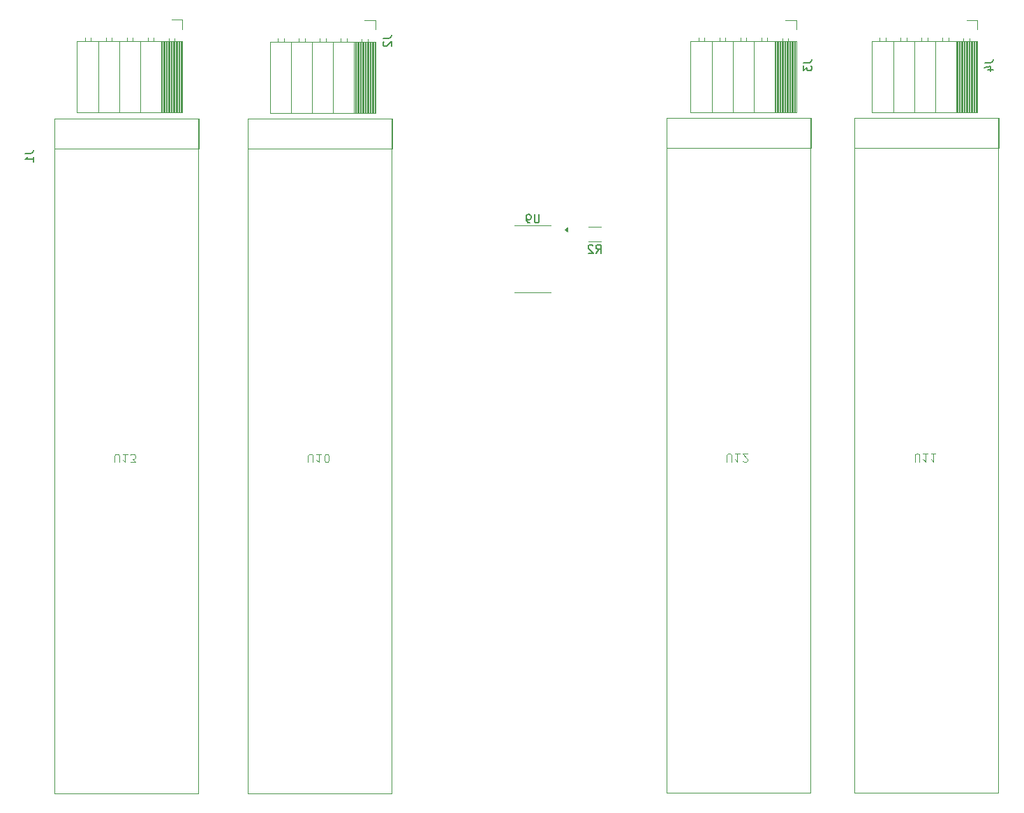
<source format=gbr>
%TF.GenerationSoftware,KiCad,Pcbnew,8.0.6*%
%TF.CreationDate,2024-11-02T11:22:20+01:00*%
%TF.ProjectId,Controller-BMU-Kombi,436f6e74-726f-46c6-9c65-722d424d552d,rev?*%
%TF.SameCoordinates,Original*%
%TF.FileFunction,Legend,Bot*%
%TF.FilePolarity,Positive*%
%FSLAX46Y46*%
G04 Gerber Fmt 4.6, Leading zero omitted, Abs format (unit mm)*
G04 Created by KiCad (PCBNEW 8.0.6) date 2024-11-02 11:22:20*
%MOMM*%
%LPD*%
G01*
G04 APERTURE LIST*
%ADD10C,0.150000*%
%ADD11C,0.100000*%
%ADD12C,0.120000*%
G04 APERTURE END LIST*
D10*
X176324819Y-68166666D02*
X177039104Y-68166666D01*
X177039104Y-68166666D02*
X177181961Y-68119047D01*
X177181961Y-68119047D02*
X177277200Y-68023809D01*
X177277200Y-68023809D02*
X177324819Y-67880952D01*
X177324819Y-67880952D02*
X177324819Y-67785714D01*
X176324819Y-68547619D02*
X176324819Y-69166666D01*
X176324819Y-69166666D02*
X176705771Y-68833333D01*
X176705771Y-68833333D02*
X176705771Y-68976190D01*
X176705771Y-68976190D02*
X176753390Y-69071428D01*
X176753390Y-69071428D02*
X176801009Y-69119047D01*
X176801009Y-69119047D02*
X176896247Y-69166666D01*
X176896247Y-69166666D02*
X177134342Y-69166666D01*
X177134342Y-69166666D02*
X177229580Y-69119047D01*
X177229580Y-69119047D02*
X177277200Y-69071428D01*
X177277200Y-69071428D02*
X177324819Y-68976190D01*
X177324819Y-68976190D02*
X177324819Y-68690476D01*
X177324819Y-68690476D02*
X177277200Y-68595238D01*
X177277200Y-68595238D02*
X177229580Y-68547619D01*
D11*
X167006905Y-116612580D02*
X167006905Y-115803057D01*
X167006905Y-115803057D02*
X167054524Y-115707819D01*
X167054524Y-115707819D02*
X167102143Y-115660200D01*
X167102143Y-115660200D02*
X167197381Y-115612580D01*
X167197381Y-115612580D02*
X167387857Y-115612580D01*
X167387857Y-115612580D02*
X167483095Y-115660200D01*
X167483095Y-115660200D02*
X167530714Y-115707819D01*
X167530714Y-115707819D02*
X167578333Y-115803057D01*
X167578333Y-115803057D02*
X167578333Y-116612580D01*
X168578333Y-115612580D02*
X168006905Y-115612580D01*
X168292619Y-115612580D02*
X168292619Y-116612580D01*
X168292619Y-116612580D02*
X168197381Y-116469723D01*
X168197381Y-116469723D02*
X168102143Y-116374485D01*
X168102143Y-116374485D02*
X168006905Y-116326866D01*
X168959286Y-116517342D02*
X169006905Y-116564961D01*
X169006905Y-116564961D02*
X169102143Y-116612580D01*
X169102143Y-116612580D02*
X169340238Y-116612580D01*
X169340238Y-116612580D02*
X169435476Y-116564961D01*
X169435476Y-116564961D02*
X169483095Y-116517342D01*
X169483095Y-116517342D02*
X169530714Y-116422104D01*
X169530714Y-116422104D02*
X169530714Y-116326866D01*
X169530714Y-116326866D02*
X169483095Y-116184009D01*
X169483095Y-116184009D02*
X168911667Y-115612580D01*
X168911667Y-115612580D02*
X169530714Y-115612580D01*
D10*
X81900036Y-79186666D02*
X82614321Y-79186666D01*
X82614321Y-79186666D02*
X82757178Y-79139047D01*
X82757178Y-79139047D02*
X82852417Y-79043809D01*
X82852417Y-79043809D02*
X82900036Y-78900952D01*
X82900036Y-78900952D02*
X82900036Y-78805714D01*
X82900036Y-80186666D02*
X82900036Y-79615238D01*
X82900036Y-79900952D02*
X81900036Y-79900952D01*
X81900036Y-79900952D02*
X82042893Y-79805714D01*
X82042893Y-79805714D02*
X82138131Y-79710476D01*
X82138131Y-79710476D02*
X82185750Y-79615238D01*
X144261904Y-86604819D02*
X144261904Y-87414342D01*
X144261904Y-87414342D02*
X144214285Y-87509580D01*
X144214285Y-87509580D02*
X144166666Y-87557200D01*
X144166666Y-87557200D02*
X144071428Y-87604819D01*
X144071428Y-87604819D02*
X143880952Y-87604819D01*
X143880952Y-87604819D02*
X143785714Y-87557200D01*
X143785714Y-87557200D02*
X143738095Y-87509580D01*
X143738095Y-87509580D02*
X143690476Y-87414342D01*
X143690476Y-87414342D02*
X143690476Y-86604819D01*
X143166666Y-87604819D02*
X142976190Y-87604819D01*
X142976190Y-87604819D02*
X142880952Y-87557200D01*
X142880952Y-87557200D02*
X142833333Y-87509580D01*
X142833333Y-87509580D02*
X142738095Y-87366723D01*
X142738095Y-87366723D02*
X142690476Y-87176247D01*
X142690476Y-87176247D02*
X142690476Y-86795295D01*
X142690476Y-86795295D02*
X142738095Y-86700057D01*
X142738095Y-86700057D02*
X142785714Y-86652438D01*
X142785714Y-86652438D02*
X142880952Y-86604819D01*
X142880952Y-86604819D02*
X143071428Y-86604819D01*
X143071428Y-86604819D02*
X143166666Y-86652438D01*
X143166666Y-86652438D02*
X143214285Y-86700057D01*
X143214285Y-86700057D02*
X143261904Y-86795295D01*
X143261904Y-86795295D02*
X143261904Y-87033390D01*
X143261904Y-87033390D02*
X143214285Y-87128628D01*
X143214285Y-87128628D02*
X143166666Y-87176247D01*
X143166666Y-87176247D02*
X143071428Y-87223866D01*
X143071428Y-87223866D02*
X142880952Y-87223866D01*
X142880952Y-87223866D02*
X142785714Y-87176247D01*
X142785714Y-87176247D02*
X142738095Y-87128628D01*
X142738095Y-87128628D02*
X142690476Y-87033390D01*
X198324819Y-68166666D02*
X199039104Y-68166666D01*
X199039104Y-68166666D02*
X199181961Y-68119047D01*
X199181961Y-68119047D02*
X199277200Y-68023809D01*
X199277200Y-68023809D02*
X199324819Y-67880952D01*
X199324819Y-67880952D02*
X199324819Y-67785714D01*
X198658152Y-69071428D02*
X199324819Y-69071428D01*
X198277200Y-68833333D02*
X198991485Y-68595238D01*
X198991485Y-68595238D02*
X198991485Y-69214285D01*
D11*
X92761905Y-116662671D02*
X92761905Y-115853148D01*
X92761905Y-115853148D02*
X92809524Y-115757910D01*
X92809524Y-115757910D02*
X92857143Y-115710291D01*
X92857143Y-115710291D02*
X92952381Y-115662671D01*
X92952381Y-115662671D02*
X93142857Y-115662671D01*
X93142857Y-115662671D02*
X93238095Y-115710291D01*
X93238095Y-115710291D02*
X93285714Y-115757910D01*
X93285714Y-115757910D02*
X93333333Y-115853148D01*
X93333333Y-115853148D02*
X93333333Y-116662671D01*
X94333333Y-115662671D02*
X93761905Y-115662671D01*
X94047619Y-115662671D02*
X94047619Y-116662671D01*
X94047619Y-116662671D02*
X93952381Y-116519814D01*
X93952381Y-116519814D02*
X93857143Y-116424576D01*
X93857143Y-116424576D02*
X93761905Y-116376957D01*
X94666667Y-116662671D02*
X95285714Y-116662671D01*
X95285714Y-116662671D02*
X94952381Y-116281719D01*
X94952381Y-116281719D02*
X95095238Y-116281719D01*
X95095238Y-116281719D02*
X95190476Y-116234100D01*
X95190476Y-116234100D02*
X95238095Y-116186481D01*
X95238095Y-116186481D02*
X95285714Y-116091243D01*
X95285714Y-116091243D02*
X95285714Y-115853148D01*
X95285714Y-115853148D02*
X95238095Y-115757910D01*
X95238095Y-115757910D02*
X95190476Y-115710291D01*
X95190476Y-115710291D02*
X95095238Y-115662671D01*
X95095238Y-115662671D02*
X94809524Y-115662671D01*
X94809524Y-115662671D02*
X94714286Y-115710291D01*
X94714286Y-115710291D02*
X94666667Y-115757910D01*
X116246905Y-116672580D02*
X116246905Y-115863057D01*
X116246905Y-115863057D02*
X116294524Y-115767819D01*
X116294524Y-115767819D02*
X116342143Y-115720200D01*
X116342143Y-115720200D02*
X116437381Y-115672580D01*
X116437381Y-115672580D02*
X116627857Y-115672580D01*
X116627857Y-115672580D02*
X116723095Y-115720200D01*
X116723095Y-115720200D02*
X116770714Y-115767819D01*
X116770714Y-115767819D02*
X116818333Y-115863057D01*
X116818333Y-115863057D02*
X116818333Y-116672580D01*
X117818333Y-115672580D02*
X117246905Y-115672580D01*
X117532619Y-115672580D02*
X117532619Y-116672580D01*
X117532619Y-116672580D02*
X117437381Y-116529723D01*
X117437381Y-116529723D02*
X117342143Y-116434485D01*
X117342143Y-116434485D02*
X117246905Y-116386866D01*
X118437381Y-116672580D02*
X118532619Y-116672580D01*
X118532619Y-116672580D02*
X118627857Y-116624961D01*
X118627857Y-116624961D02*
X118675476Y-116577342D01*
X118675476Y-116577342D02*
X118723095Y-116482104D01*
X118723095Y-116482104D02*
X118770714Y-116291628D01*
X118770714Y-116291628D02*
X118770714Y-116053533D01*
X118770714Y-116053533D02*
X118723095Y-115863057D01*
X118723095Y-115863057D02*
X118675476Y-115767819D01*
X118675476Y-115767819D02*
X118627857Y-115720200D01*
X118627857Y-115720200D02*
X118532619Y-115672580D01*
X118532619Y-115672580D02*
X118437381Y-115672580D01*
X118437381Y-115672580D02*
X118342143Y-115720200D01*
X118342143Y-115720200D02*
X118294524Y-115767819D01*
X118294524Y-115767819D02*
X118246905Y-115863057D01*
X118246905Y-115863057D02*
X118199286Y-116053533D01*
X118199286Y-116053533D02*
X118199286Y-116291628D01*
X118199286Y-116291628D02*
X118246905Y-116482104D01*
X118246905Y-116482104D02*
X118294524Y-116577342D01*
X118294524Y-116577342D02*
X118342143Y-116624961D01*
X118342143Y-116624961D02*
X118437381Y-116672580D01*
D10*
X125324819Y-65201666D02*
X126039104Y-65201666D01*
X126039104Y-65201666D02*
X126181961Y-65154047D01*
X126181961Y-65154047D02*
X126277200Y-65058809D01*
X126277200Y-65058809D02*
X126324819Y-64915952D01*
X126324819Y-64915952D02*
X126324819Y-64820714D01*
X125420057Y-65630238D02*
X125372438Y-65677857D01*
X125372438Y-65677857D02*
X125324819Y-65773095D01*
X125324819Y-65773095D02*
X125324819Y-66011190D01*
X125324819Y-66011190D02*
X125372438Y-66106428D01*
X125372438Y-66106428D02*
X125420057Y-66154047D01*
X125420057Y-66154047D02*
X125515295Y-66201666D01*
X125515295Y-66201666D02*
X125610533Y-66201666D01*
X125610533Y-66201666D02*
X125753390Y-66154047D01*
X125753390Y-66154047D02*
X126324819Y-65582619D01*
X126324819Y-65582619D02*
X126324819Y-66201666D01*
X151166666Y-91274819D02*
X151499999Y-90798628D01*
X151738094Y-91274819D02*
X151738094Y-90274819D01*
X151738094Y-90274819D02*
X151357142Y-90274819D01*
X151357142Y-90274819D02*
X151261904Y-90322438D01*
X151261904Y-90322438D02*
X151214285Y-90370057D01*
X151214285Y-90370057D02*
X151166666Y-90465295D01*
X151166666Y-90465295D02*
X151166666Y-90608152D01*
X151166666Y-90608152D02*
X151214285Y-90703390D01*
X151214285Y-90703390D02*
X151261904Y-90751009D01*
X151261904Y-90751009D02*
X151357142Y-90798628D01*
X151357142Y-90798628D02*
X151738094Y-90798628D01*
X150785713Y-90370057D02*
X150738094Y-90322438D01*
X150738094Y-90322438D02*
X150642856Y-90274819D01*
X150642856Y-90274819D02*
X150404761Y-90274819D01*
X150404761Y-90274819D02*
X150309523Y-90322438D01*
X150309523Y-90322438D02*
X150261904Y-90370057D01*
X150261904Y-90370057D02*
X150214285Y-90465295D01*
X150214285Y-90465295D02*
X150214285Y-90560533D01*
X150214285Y-90560533D02*
X150261904Y-90703390D01*
X150261904Y-90703390D02*
X150833332Y-91274819D01*
X150833332Y-91274819D02*
X150214285Y-91274819D01*
D11*
X189826905Y-116612580D02*
X189826905Y-115803057D01*
X189826905Y-115803057D02*
X189874524Y-115707819D01*
X189874524Y-115707819D02*
X189922143Y-115660200D01*
X189922143Y-115660200D02*
X190017381Y-115612580D01*
X190017381Y-115612580D02*
X190207857Y-115612580D01*
X190207857Y-115612580D02*
X190303095Y-115660200D01*
X190303095Y-115660200D02*
X190350714Y-115707819D01*
X190350714Y-115707819D02*
X190398333Y-115803057D01*
X190398333Y-115803057D02*
X190398333Y-116612580D01*
X191398333Y-115612580D02*
X190826905Y-115612580D01*
X191112619Y-115612580D02*
X191112619Y-116612580D01*
X191112619Y-116612580D02*
X191017381Y-116469723D01*
X191017381Y-116469723D02*
X190922143Y-116374485D01*
X190922143Y-116374485D02*
X190826905Y-116326866D01*
X192350714Y-115612580D02*
X191779286Y-115612580D01*
X192065000Y-115612580D02*
X192065000Y-116612580D01*
X192065000Y-116612580D02*
X191969762Y-116469723D01*
X191969762Y-116469723D02*
X191874524Y-116374485D01*
X191874524Y-116374485D02*
X191779286Y-116326866D01*
D12*
%TO.C,J3*%
X162610000Y-65580000D02*
X162610000Y-74210000D01*
X162610000Y-65580000D02*
X175430000Y-65580000D01*
X162610000Y-74210000D02*
X175430000Y-74210000D01*
X163580000Y-65170000D02*
X163580000Y-65580000D01*
X164300000Y-65170000D02*
X164300000Y-65580000D01*
X165210000Y-65580000D02*
X165210000Y-74210000D01*
X166120000Y-65170000D02*
X166120000Y-65580000D01*
X166840000Y-65170000D02*
X166840000Y-65580000D01*
X167750000Y-65580000D02*
X167750000Y-74210000D01*
X168660000Y-65170000D02*
X168660000Y-65580000D01*
X169380000Y-65170000D02*
X169380000Y-65580000D01*
X170290000Y-65580000D02*
X170290000Y-74210000D01*
X171200000Y-65170000D02*
X171200000Y-65580000D01*
X171920000Y-65170000D02*
X171920000Y-65580000D01*
X172830000Y-65580000D02*
X172830000Y-74210000D01*
X172948100Y-65580000D02*
X172948100Y-74210000D01*
X173066195Y-65580000D02*
X173066195Y-74210000D01*
X173184290Y-65580000D02*
X173184290Y-74210000D01*
X173302385Y-65580000D02*
X173302385Y-74210000D01*
X173420480Y-65580000D02*
X173420480Y-74210000D01*
X173538575Y-65580000D02*
X173538575Y-74210000D01*
X173656670Y-65580000D02*
X173656670Y-74210000D01*
X173740000Y-65230000D02*
X173740000Y-65580000D01*
X173774765Y-65580000D02*
X173774765Y-74210000D01*
X173892860Y-65580000D02*
X173892860Y-74210000D01*
X174010955Y-65580000D02*
X174010955Y-74210000D01*
X174100000Y-63010000D02*
X175430000Y-63010000D01*
X174129050Y-65580000D02*
X174129050Y-74210000D01*
X174247145Y-65580000D02*
X174247145Y-74210000D01*
X174365240Y-65580000D02*
X174365240Y-74210000D01*
X174460000Y-65230000D02*
X174460000Y-65580000D01*
X174483335Y-65580000D02*
X174483335Y-74210000D01*
X174601430Y-65580000D02*
X174601430Y-74210000D01*
X174719525Y-65580000D02*
X174719525Y-74210000D01*
X174837620Y-65580000D02*
X174837620Y-74210000D01*
X174955715Y-65580000D02*
X174955715Y-74210000D01*
X175073810Y-65580000D02*
X175073810Y-74210000D01*
X175191905Y-65580000D02*
X175191905Y-74210000D01*
X175310000Y-65580000D02*
X175310000Y-74210000D01*
X175430000Y-63010000D02*
X175430000Y-64120000D01*
X175430000Y-65580000D02*
X175430000Y-74210000D01*
%TO.C,U12*%
D11*
X159695000Y-78570000D02*
X177245000Y-78570000D01*
X177245000Y-74885000D01*
X159695000Y-74885000D01*
X159695000Y-78570000D01*
X159695000Y-156760000D02*
X177135000Y-156760000D01*
X177135000Y-74885000D01*
X159695000Y-74885000D01*
X159695000Y-156760000D01*
D12*
%TO.C,J1*%
X88185217Y-65560000D02*
X88185217Y-74190000D01*
X88185217Y-65560000D02*
X101005217Y-65560000D01*
X88185217Y-74190000D02*
X101005217Y-74190000D01*
X89155217Y-65150000D02*
X89155217Y-65560000D01*
X89875217Y-65150000D02*
X89875217Y-65560000D01*
X90785217Y-65560000D02*
X90785217Y-74190000D01*
X91695217Y-65150000D02*
X91695217Y-65560000D01*
X92415217Y-65150000D02*
X92415217Y-65560000D01*
X93325217Y-65560000D02*
X93325217Y-74190000D01*
X94235217Y-65150000D02*
X94235217Y-65560000D01*
X94955217Y-65150000D02*
X94955217Y-65560000D01*
X95865217Y-65560000D02*
X95865217Y-74190000D01*
X96775217Y-65150000D02*
X96775217Y-65560000D01*
X97495217Y-65150000D02*
X97495217Y-65560000D01*
X98405217Y-65560000D02*
X98405217Y-74190000D01*
X98523317Y-65560000D02*
X98523317Y-74190000D01*
X98641412Y-65560000D02*
X98641412Y-74190000D01*
X98759507Y-65560000D02*
X98759507Y-74190000D01*
X98877602Y-65560000D02*
X98877602Y-74190000D01*
X98995697Y-65560000D02*
X98995697Y-74190000D01*
X99113792Y-65560000D02*
X99113792Y-74190000D01*
X99231887Y-65560000D02*
X99231887Y-74190000D01*
X99315217Y-65210000D02*
X99315217Y-65560000D01*
X99349982Y-65560000D02*
X99349982Y-74190000D01*
X99468077Y-65560000D02*
X99468077Y-74190000D01*
X99586172Y-65560000D02*
X99586172Y-74190000D01*
X99675217Y-62990000D02*
X101005217Y-62990000D01*
X99704267Y-65560000D02*
X99704267Y-74190000D01*
X99822362Y-65560000D02*
X99822362Y-74190000D01*
X99940457Y-65560000D02*
X99940457Y-74190000D01*
X100035217Y-65210000D02*
X100035217Y-65560000D01*
X100058552Y-65560000D02*
X100058552Y-74190000D01*
X100176647Y-65560000D02*
X100176647Y-74190000D01*
X100294742Y-65560000D02*
X100294742Y-74190000D01*
X100412837Y-65560000D02*
X100412837Y-74190000D01*
X100530932Y-65560000D02*
X100530932Y-74190000D01*
X100649027Y-65560000D02*
X100649027Y-74190000D01*
X100767122Y-65560000D02*
X100767122Y-74190000D01*
X100885217Y-65560000D02*
X100885217Y-74190000D01*
X101005217Y-62990000D02*
X101005217Y-64100000D01*
X101005217Y-65560000D02*
X101005217Y-74190000D01*
%TO.C,U9*%
X141300000Y-87965000D02*
X143500000Y-87965000D01*
X141300000Y-96035000D02*
X143500000Y-96035000D01*
X145700000Y-87965000D02*
X143500000Y-87965000D01*
X145700000Y-96035000D02*
X143500000Y-96035000D01*
X147690000Y-88665000D02*
X147360000Y-88425000D01*
X147690000Y-88185000D01*
X147690000Y-88665000D01*
G36*
X147690000Y-88665000D02*
G01*
X147360000Y-88425000D01*
X147690000Y-88185000D01*
X147690000Y-88665000D01*
G37*
%TO.C,J4*%
X184610000Y-65580000D02*
X184610000Y-74210000D01*
X184610000Y-65580000D02*
X197430000Y-65580000D01*
X184610000Y-74210000D02*
X197430000Y-74210000D01*
X185580000Y-65170000D02*
X185580000Y-65580000D01*
X186300000Y-65170000D02*
X186300000Y-65580000D01*
X187210000Y-65580000D02*
X187210000Y-74210000D01*
X188120000Y-65170000D02*
X188120000Y-65580000D01*
X188840000Y-65170000D02*
X188840000Y-65580000D01*
X189750000Y-65580000D02*
X189750000Y-74210000D01*
X190660000Y-65170000D02*
X190660000Y-65580000D01*
X191380000Y-65170000D02*
X191380000Y-65580000D01*
X192290000Y-65580000D02*
X192290000Y-74210000D01*
X193200000Y-65170000D02*
X193200000Y-65580000D01*
X193920000Y-65170000D02*
X193920000Y-65580000D01*
X194830000Y-65580000D02*
X194830000Y-74210000D01*
X194948100Y-65580000D02*
X194948100Y-74210000D01*
X195066195Y-65580000D02*
X195066195Y-74210000D01*
X195184290Y-65580000D02*
X195184290Y-74210000D01*
X195302385Y-65580000D02*
X195302385Y-74210000D01*
X195420480Y-65580000D02*
X195420480Y-74210000D01*
X195538575Y-65580000D02*
X195538575Y-74210000D01*
X195656670Y-65580000D02*
X195656670Y-74210000D01*
X195740000Y-65230000D02*
X195740000Y-65580000D01*
X195774765Y-65580000D02*
X195774765Y-74210000D01*
X195892860Y-65580000D02*
X195892860Y-74210000D01*
X196010955Y-65580000D02*
X196010955Y-74210000D01*
X196100000Y-63010000D02*
X197430000Y-63010000D01*
X196129050Y-65580000D02*
X196129050Y-74210000D01*
X196247145Y-65580000D02*
X196247145Y-74210000D01*
X196365240Y-65580000D02*
X196365240Y-74210000D01*
X196460000Y-65230000D02*
X196460000Y-65580000D01*
X196483335Y-65580000D02*
X196483335Y-74210000D01*
X196601430Y-65580000D02*
X196601430Y-74210000D01*
X196719525Y-65580000D02*
X196719525Y-74210000D01*
X196837620Y-65580000D02*
X196837620Y-74210000D01*
X196955715Y-65580000D02*
X196955715Y-74210000D01*
X197073810Y-65580000D02*
X197073810Y-74210000D01*
X197191905Y-65580000D02*
X197191905Y-74210000D01*
X197310000Y-65580000D02*
X197310000Y-74210000D01*
X197430000Y-63010000D02*
X197430000Y-64120000D01*
X197430000Y-65580000D02*
X197430000Y-74210000D01*
%TO.C,U13*%
D11*
X85450000Y-78620091D02*
X103000000Y-78620091D01*
X103000000Y-74935091D01*
X85450000Y-74935091D01*
X85450000Y-78620091D01*
X85450000Y-156810091D02*
X102890000Y-156810091D01*
X102890000Y-74935091D01*
X85450000Y-74935091D01*
X85450000Y-156810091D01*
%TO.C,U10*%
X108935000Y-78630000D02*
X126485000Y-78630000D01*
X126485000Y-74945000D01*
X108935000Y-74945000D01*
X108935000Y-78630000D01*
X108935000Y-156820000D02*
X126375000Y-156820000D01*
X126375000Y-74945000D01*
X108935000Y-74945000D01*
X108935000Y-156820000D01*
D12*
%TO.C,J2*%
X111610000Y-65640000D02*
X111610000Y-74270000D01*
X111610000Y-65640000D02*
X124430000Y-65640000D01*
X111610000Y-74270000D02*
X124430000Y-74270000D01*
X112580000Y-65230000D02*
X112580000Y-65640000D01*
X113300000Y-65230000D02*
X113300000Y-65640000D01*
X114210000Y-65640000D02*
X114210000Y-74270000D01*
X115120000Y-65230000D02*
X115120000Y-65640000D01*
X115840000Y-65230000D02*
X115840000Y-65640000D01*
X116750000Y-65640000D02*
X116750000Y-74270000D01*
X117660000Y-65230000D02*
X117660000Y-65640000D01*
X118380000Y-65230000D02*
X118380000Y-65640000D01*
X119290000Y-65640000D02*
X119290000Y-74270000D01*
X120200000Y-65230000D02*
X120200000Y-65640000D01*
X120920000Y-65230000D02*
X120920000Y-65640000D01*
X121830000Y-65640000D02*
X121830000Y-74270000D01*
X121948100Y-65640000D02*
X121948100Y-74270000D01*
X122066195Y-65640000D02*
X122066195Y-74270000D01*
X122184290Y-65640000D02*
X122184290Y-74270000D01*
X122302385Y-65640000D02*
X122302385Y-74270000D01*
X122420480Y-65640000D02*
X122420480Y-74270000D01*
X122538575Y-65640000D02*
X122538575Y-74270000D01*
X122656670Y-65640000D02*
X122656670Y-74270000D01*
X122740000Y-65290000D02*
X122740000Y-65640000D01*
X122774765Y-65640000D02*
X122774765Y-74270000D01*
X122892860Y-65640000D02*
X122892860Y-74270000D01*
X123010955Y-65640000D02*
X123010955Y-74270000D01*
X123100000Y-63070000D02*
X124430000Y-63070000D01*
X123129050Y-65640000D02*
X123129050Y-74270000D01*
X123247145Y-65640000D02*
X123247145Y-74270000D01*
X123365240Y-65640000D02*
X123365240Y-74270000D01*
X123460000Y-65290000D02*
X123460000Y-65640000D01*
X123483335Y-65640000D02*
X123483335Y-74270000D01*
X123601430Y-65640000D02*
X123601430Y-74270000D01*
X123719525Y-65640000D02*
X123719525Y-74270000D01*
X123837620Y-65640000D02*
X123837620Y-74270000D01*
X123955715Y-65640000D02*
X123955715Y-74270000D01*
X124073810Y-65640000D02*
X124073810Y-74270000D01*
X124191905Y-65640000D02*
X124191905Y-74270000D01*
X124310000Y-65640000D02*
X124310000Y-74270000D01*
X124430000Y-63070000D02*
X124430000Y-64180000D01*
X124430000Y-65640000D02*
X124430000Y-74270000D01*
%TO.C,R2*%
X151727064Y-88090000D02*
X150272936Y-88090000D01*
X151727064Y-89910000D02*
X150272936Y-89910000D01*
%TO.C,U11*%
D11*
X182515000Y-78570000D02*
X200065000Y-78570000D01*
X200065000Y-74885000D01*
X182515000Y-74885000D01*
X182515000Y-78570000D01*
X182515000Y-156760000D02*
X199955000Y-156760000D01*
X199955000Y-74885000D01*
X182515000Y-74885000D01*
X182515000Y-156760000D01*
%TD*%
M02*

</source>
